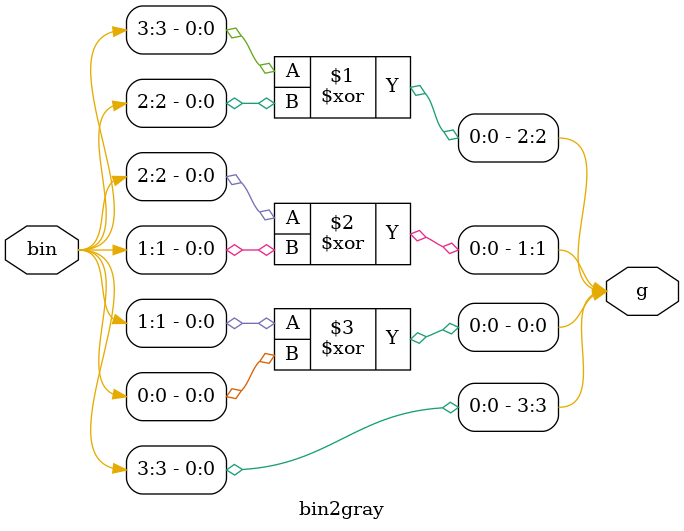
<source format=v>
module bin2gray(input[3:0] bin, output[3:0] g);

	assign g[3] = bin[3];
	assign g[2] = bin[3] ^ bin[2];
	assign g[1] = bin[2] ^ bin[1];
	assign g[0] = bin[1] ^ bin[0];

endmodule

</source>
